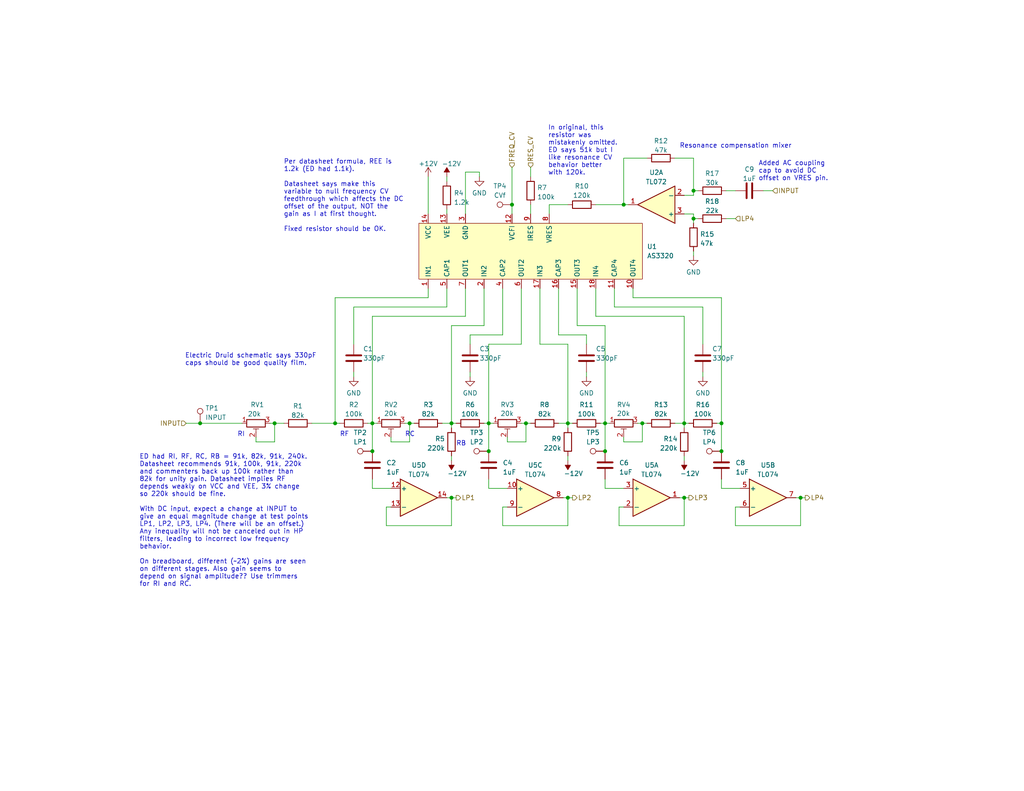
<source format=kicad_sch>
(kicad_sch (version 20230121) (generator eeschema)
  (paper "USLetter")
  (title_block (title "Pole mixing filter") (date "2022-03-29") (company "mods by Rich Holmes / Analog Output") (comment 1 "CC BY-NC-SA 4.0") (comment 2 "https://electricdruid.net/multimode-filters-part-2-pole-mixing-filters/") (comment 3 "Based on Electric Druid design "))
  (lib_symbols
    (symbol "AO_symbols:C" (pin_numbers hide) (pin_names (offset 0.254))
      (property "Reference" "C" (at 0.635 2.54 0))
      (property "Value" "C" (at 0.635 -2.54 0))
      (symbol "C_0_1"
        (polyline (pts (xy -2.032 -0.762) (xy 2.032 -0.762)) (stroke (width 0.508)))
        (polyline (pts (xy -2.032 0.762) (xy 2.032 0.762)) (stroke (width 0.508)))
      )
      (symbol "C_1_1"
        (pin passive line (at 0 3.81 270) (length 2.794) (name "~") (number "1"))
        (pin passive line (at 0 -3.81 90) (length 2.794) (name "~") (number "2"))
      )
    )
    (symbol "AO_symbols:R" (pin_numbers hide) (pin_names (offset 0))
      (property "Reference" "R" (at 2.032 0 90))
      (property "Value" "R" (at 0 0 90))
      (symbol "R_0_1"
        (rectangle (start -1.016 -2.54) (end 1.016 2.54) (stroke (width 0.254)))
      )
      (symbol "R_1_1"
        (pin passive line (at 0 3.81 270) (length 1.27) (name "~") (number "1"))
        (pin passive line (at 0 -3.81 90) (length 1.27) (name "~") (number "2"))
      )
    )
    (symbol "AO_symbols:R_POT_TRIM_3296W" (pin_names (offset 1.016) hide)
      (property "Reference" "RV" (at -4.445 0 90))
      (property "Value" "R_POT_TRIM_3296W" (at -2.54 0 90))
      (symbol "R_POT_TRIM_3296W_0_1"
        (polyline (pts (xy 1.524 0.762) (xy 1.524 -0.762)))
        (polyline (pts (xy 2.54 0) (xy 1.524 0)))
        (rectangle (start 1.016 2.54) (end -1.016 -2.54) (stroke (width 0.254)))
      )
      (symbol "R_POT_TRIM_3296W_1_1"
        (pin passive line (at 0 3.81 270) (length 1.27) (name "1") (number "1"))
        (pin passive line (at 3.81 0 180) (length 1.27) (name "2") (number "2"))
        (pin passive line (at 0 -3.81 90) (length 1.27) (name "3") (number "3"))
      )
    )
    (symbol "AO_symbols:TL072" (pin_names (offset 0.127))
      (property "Reference" "U" (at 0 5.08 0))
      (property "Value" "TL072" (at 0 -5.08 0))
      (symbol "TL072_1_1"
        (polyline (pts (xy -5.08 5.08) (xy 5.08 0) (xy -5.08 -5.08) (xy -5.08 5.08)) (stroke (width 0.254)) (fill (type background)))
        (pin output line (at 7.62 0 180) (length 2.54) (name "~") (number "1"))
        (pin input line (at -7.62 -2.54 0) (length 2.54) (name "-") (number "2"))
        (pin input line (at -7.62 2.54 0) (length 2.54) (name "+") (number "3"))
      )
      (symbol "TL072_2_1"
        (polyline (pts (xy -5.08 5.08) (xy 5.08 0) (xy -5.08 -5.08) (xy -5.08 5.08)) (stroke (width 0.254)) (fill (type background)))
        (pin input line (at -7.62 2.54 0) (length 2.54) (name "+") (number "5"))
        (pin input line (at -7.62 -2.54 0) (length 2.54) (name "-") (number "6"))
        (pin output line (at 7.62 0 180) (length 2.54) (name "~") (number "7"))
      )
      (symbol "TL072_3_1"
        (pin power_in line (at -2.54 -7.62 90) (length 3.81) (name "V-") (number "4"))
        (pin power_in line (at -2.54 7.62 270) (length 3.81) (name "V+") (number "8"))
      )
    )
    (symbol "AO_symbols:TL074" (pin_names (offset 0.127))
      (property "Reference" "U" (at 0 5.08 0))
      (property "Value" "TL074" (at 0 -5.08 0))
      (symbol "TL074_1_1"
        (polyline (pts (xy -5.08 5.08) (xy 5.08 0) (xy -5.08 -5.08) (xy -5.08 5.08)) (stroke (width 0.254)) (fill (type background)))
        (pin output line (at 7.62 0 180) (length 2.54) (name "~") (number "1"))
        (pin input line (at -7.62 -2.54 0) (length 2.54) (name "-") (number "2"))
        (pin input line (at -7.62 2.54 0) (length 2.54) (name "+") (number "3"))
      )
      (symbol "TL074_2_1"
        (polyline (pts (xy -5.08 5.08) (xy 5.08 0) (xy -5.08 -5.08) (xy -5.08 5.08)) (stroke (width 0.254)) (fill (type background)))
        (pin input line (at -7.62 2.54 0) (length 2.54) (name "+") (number "5"))
        (pin input line (at -7.62 -2.54 0) (length 2.54) (name "-") (number "6"))
        (pin output line (at 7.62 0 180) (length 2.54) (name "~") (number "7"))
      )
      (symbol "TL074_3_1"
        (polyline (pts (xy -5.08 5.08) (xy 5.08 0) (xy -5.08 -5.08) (xy -5.08 5.08)) (stroke (width 0.254)) (fill (type background)))
        (pin input line (at -7.62 2.54 0) (length 2.54) (name "+") (number "10"))
        (pin output line (at 7.62 0 180) (length 2.54) (name "~") (number "8"))
        (pin input line (at -7.62 -2.54 0) (length 2.54) (name "-") (number "9"))
      )
      (symbol "TL074_4_1"
        (polyline (pts (xy -5.08 5.08) (xy 5.08 0) (xy -5.08 -5.08) (xy -5.08 5.08)) (stroke (width 0.254)) (fill (type background)))
        (pin input line (at -7.62 2.54 0) (length 2.54) (name "+") (number "12"))
        (pin input line (at -7.62 -2.54 0) (length 2.54) (name "-") (number "13"))
        (pin output line (at 7.62 0 180) (length 2.54) (name "~") (number "14"))
      )
      (symbol "TL074_5_1"
        (pin power_in line (at -2.54 -7.62 90) (length 3.81) (name "V-") (number "11"))
        (pin power_in line (at -2.54 7.62 270) (length 3.81) (name "V+") (number "4"))
      )
    )
    (symbol "AO_symbols:TestPoint" (pin_numbers hide) (pin_names (offset 0.762) hide) (in_bom no)
      (property "Reference" "TP" (at 0 6.858 0))
      (property "Value" "TestPoint" (at 0 5.08 0))
      (symbol "TestPoint_0_1"
        (circle (center 0 3.302) (radius 0.762))
      )
      (symbol "TestPoint_1_1"
        (pin passive line (at 0 0 90) (length 2.54) (name "1") (number "1"))
      )
    )
    (symbol "pmf:AS3320"
      (property "Reference" "U" (at 0 15.24 0))
      (property "Value" "AS3320" (at 0 12.7 0))
      (symbol "AS3320_0_1"
        (rectangle (start -30.48 7.62) (end 30.48 -7.62) (stroke (width 0.1524)) (fill (type background)))
      )
      (symbol "AS3320_1_1"
        (pin input line (at -27.94 -10.16 90) (length 2.54) (name "IN1") (number "1"))
        (pin output line (at 27.94 -10.16 90) (length 2.54) (name "OUT4") (number "10"))
        (pin input line (at 22.86 -10.16 90) (length 2.54) (name "CAP4") (number "11"))
        (pin input line (at -5.08 10.16 270) (length 2.54) (name "VCFI") (number "12"))
        (pin passive line (at -22.86 10.16 270) (length 2.54) (name "VEE") (number "13"))
        (pin power_in line (at -27.94 10.16 270) (length 2.54) (name "VCC") (number "14"))
        (pin output line (at 12.7 -10.16 90) (length 2.54) (name "OUT3") (number "15"))
        (pin input line (at 7.62 -10.16 90) (length 2.54) (name "CAP3") (number "16"))
        (pin input line (at 2.54 -10.16 90) (length 2.54) (name "IN3") (number "17"))
        (pin input line (at 17.78 -10.16 90) (length 2.54) (name "IN4") (number "18"))
        (pin input line (at -12.7 -10.16 90) (length 2.54) (name "IN2") (number "2"))
        (pin input line (at -17.78 10.16 270) (length 2.54) (name "GND") (number "3"))
        (pin input line (at -7.62 -10.16 90) (length 2.54) (name "CAP2") (number "4"))
        (pin input line (at -22.86 -10.16 90) (length 2.54) (name "CAP1") (number "5"))
        (pin output line (at -2.54 -10.16 90) (length 2.54) (name "OUT2") (number "6"))
        (pin output line (at -17.78 -10.16 90) (length 2.54) (name "OUT1") (number "7"))
        (pin input line (at 5.08 10.16 270) (length 2.54) (name "VRES") (number "8"))
        (pin input line (at 0 10.16 270) (length 2.54) (name "IRES") (number "9"))
      )
    )
    (symbol "power:+12V" (power) (pin_names (offset 0))
      (property "Value" "+12V" (at 0 3.556 0))
      (symbol "+12V_0_1"
        (polyline (pts (xy -0.762 1.27) (xy 0 2.54)))
        (polyline (pts (xy 0 0) (xy 0 2.54)))
        (polyline (pts (xy 0 2.54) (xy 0.762 1.27)))
      )
      (symbol "+12V_1_1"
        (pin power_in line (at 0 0 90) (length 0) hide (name "+12V") (number "1"))
      )
    )
    (symbol "power:-12V" (power) (pin_names (offset 0))
      (property "Value" "-12V" (at 0 3.81 0))
      (symbol "-12V_0_0"
        (pin power_in line (at 0 0 90) (length 0) hide (name "-12V") (number "1"))
      )
      (symbol "-12V_0_1"
        (polyline (pts (xy 0 0) (xy 0 1.27) (xy 0.762 1.27) (xy 0 2.54) (xy -0.762 1.27) (xy 0 1.27)) (fill (type outline)))
      )
    )
    (symbol "power:GND" (power) (pin_names (offset 0))
      (property "Value" "GND" (at 0 -3.81 0))
      (symbol "GND_0_1"
        (polyline (pts (xy 0 0) (xy 0 -1.27) (xy 1.27 -1.27) (xy 0 -2.54) (xy -1.27 -1.27) (xy 0 -1.27)))
      )
      (symbol "GND_1_1"
        (pin power_in line (at 0 0 270) (length 0) hide (name "GND") (number "1"))
      )
    )
  )
  (junction (at 101.6 123.19))
  (junction (at 91.44 115.57))
  (junction (at 154.94 115.57))
  (junction (at 143.51 115.57))
  (junction (at 111.76 115.57))
  (junction (at 186.69 115.57))
  (junction (at 165.1 115.57))
  (junction (at 186.69 135.89))
  (junction (at 170.18 55.88))
  (junction (at 189.23 59.69))
  (junction (at 101.6 115.57))
  (junction (at 123.19 115.57))
  (junction (at 154.94 135.89))
  (junction (at 189.23 52.07))
  (junction (at 196.85 123.19))
  (junction (at 54.61 115.57))
  (junction (at 133.35 115.57))
  (junction (at 74.93 115.57))
  (junction (at 165.1 123.19))
  (junction (at 218.44 135.89))
  (junction (at 139.7 55.88))
  (junction (at 175.26 115.57))
  (junction (at 123.19 135.89))
  (junction (at 196.85 115.57))
  (junction (at 133.35 123.19))
  (wire (pts (xy 200.66 138.43) (xy 200.66 143.51)))
  (wire (pts (xy 165.1 88.9) (xy 165.1 115.57)))
  (wire (pts (xy 165.1 115.57) (xy 165.1 123.19)))
  (wire (pts (xy 157.48 88.9) (xy 165.1 88.9)))
  (wire (pts (xy 172.72 81.28) (xy 196.85 81.28)))
  (wire (pts (xy 153.67 135.89) (xy 154.94 135.89)))
  (wire (pts (xy 208.28 52.07) (xy 210.82 52.07)))
  (wire (pts (xy 168.91 143.51) (xy 186.69 143.51)))
  (wire (pts (xy 165.1 133.35) (xy 170.18 133.35)))
  (wire (pts (xy 200.66 143.51) (xy 218.44 143.51)))
  (wire (pts (xy 186.69 115.57) (xy 186.69 116.84)))
  (wire (pts (xy 198.12 52.07) (xy 200.66 52.07)))
  (wire (pts (xy 102.87 115.57) (xy 101.6 115.57)))
  (wire (pts (xy 186.69 115.57) (xy 187.96 115.57)))
  (wire (pts (xy 186.69 124.46) (xy 186.69 125.73)))
  (wire (pts (xy 168.91 138.43) (xy 168.91 143.51)))
  (wire (pts (xy 133.35 130.81) (xy 133.35 133.35)))
  (wire (pts (xy 173.99 115.57) (xy 175.26 115.57)))
  (wire (pts (xy 123.19 115.57) (xy 123.19 116.84)))
  (wire (pts (xy 142.24 115.57) (xy 143.51 115.57)))
  (wire (pts (xy 121.92 78.74) (xy 121.92 83.82)))
  (wire (pts (xy 139.7 45.72) (xy 139.7 55.88)))
  (wire (pts (xy 142.24 78.74) (xy 142.24 93.98)))
  (wire (pts (xy 196.85 130.81) (xy 196.85 133.35)))
  (wire (pts (xy 142.24 93.98) (xy 133.35 93.98)))
  (wire (pts (xy 170.18 119.38) (xy 170.18 120.65)))
  (wire (pts (xy 218.44 143.51) (xy 218.44 135.89)))
  (wire (pts (xy 154.94 93.98) (xy 154.94 115.57)))
  (wire (pts (xy 116.84 48.26) (xy 116.84 58.42)))
  (wire (pts (xy 101.6 86.36) (xy 127 86.36)))
  (wire (pts (xy 69.85 120.65) (xy 74.93 120.65)))
  (wire (pts (xy 175.26 115.57) (xy 176.53 115.57)))
  (wire (pts (xy 170.18 120.65) (xy 175.26 120.65)))
  (wire (pts (xy 101.6 130.81) (xy 101.6 133.35)))
  (wire (pts (xy 184.15 43.18) (xy 189.23 43.18)))
  (wire (pts (xy 74.93 115.57) (xy 77.47 115.57)))
  (wire (pts (xy 191.77 102.87) (xy 191.77 101.6)))
  (wire (pts (xy 154.94 135.89) (xy 156.21 135.89)))
  (wire (pts (xy 152.4 91.44) (xy 160.02 91.44)))
  (wire (pts (xy 196.85 133.35) (xy 201.93 133.35)))
  (wire (pts (xy 186.69 143.51) (xy 186.69 135.89)))
  (wire (pts (xy 91.44 115.57) (xy 92.71 115.57)))
  (wire (pts (xy 149.86 55.88) (xy 154.94 55.88)))
  (wire (pts (xy 138.43 120.65) (xy 143.51 120.65)))
  (wire (pts (xy 186.69 58.42) (xy 189.23 58.42)))
  (wire (pts (xy 101.6 133.35) (xy 106.68 133.35)))
  (wire (pts (xy 160.02 102.87) (xy 160.02 101.6)))
  (wire (pts (xy 217.17 135.89) (xy 218.44 135.89)))
  (wire (pts (xy 91.44 81.28) (xy 91.44 115.57)))
  (wire (pts (xy 137.16 91.44) (xy 137.16 78.74)))
  (wire (pts (xy 196.85 115.57) (xy 196.85 123.19)))
  (wire (pts (xy 101.6 86.36) (xy 101.6 115.57)))
  (wire (pts (xy 154.94 115.57) (xy 154.94 116.84)))
  (wire (pts (xy 101.6 115.57) (xy 101.6 123.19)))
  (wire (pts (xy 96.52 102.87) (xy 96.52 101.6)))
  (wire (pts (xy 120.65 115.57) (xy 123.19 115.57)))
  (wire (pts (xy 171.45 55.88) (xy 170.18 55.88)))
  (wire (pts (xy 134.62 115.57) (xy 133.35 115.57)))
  (wire (pts (xy 105.41 143.51) (xy 123.19 143.51)))
  (wire (pts (xy 130.81 46.99) (xy 130.81 48.26)))
  (wire (pts (xy 138.43 138.43) (xy 137.16 138.43)))
  (wire (pts (xy 100.33 115.57) (xy 101.6 115.57)))
  (wire (pts (xy 139.7 55.88) (xy 139.7 58.42)))
  (wire (pts (xy 143.51 120.65) (xy 143.51 115.57)))
  (wire (pts (xy 152.4 78.74) (xy 152.4 91.44)))
  (wire (pts (xy 170.18 43.18) (xy 176.53 43.18)))
  (wire (pts (xy 154.94 124.46) (xy 154.94 125.73)))
  (wire (pts (xy 123.19 143.51) (xy 123.19 135.89)))
  (wire (pts (xy 196.85 81.28) (xy 196.85 115.57)))
  (wire (pts (xy 167.64 83.82) (xy 191.77 83.82)))
  (wire (pts (xy 201.93 138.43) (xy 200.66 138.43)))
  (wire (pts (xy 186.69 135.89) (xy 187.96 135.89)))
  (wire (pts (xy 137.16 143.51) (xy 154.94 143.51)))
  (wire (pts (xy 195.58 115.57) (xy 196.85 115.57)))
  (wire (pts (xy 162.56 86.36) (xy 186.69 86.36)))
  (wire (pts (xy 132.08 115.57) (xy 133.35 115.57)))
  (wire (pts (xy 133.35 115.57) (xy 133.35 123.19)))
  (wire (pts (xy 165.1 130.81) (xy 165.1 133.35)))
  (wire (pts (xy 186.69 86.36) (xy 186.69 115.57)))
  (wire (pts (xy 189.23 69.85) (xy 189.23 68.58)))
  (wire (pts (xy 121.92 135.89) (xy 123.19 135.89)))
  (wire (pts (xy 144.78 55.88) (xy 144.78 58.42)))
  (wire (pts (xy 175.26 120.65) (xy 175.26 115.57)))
  (wire (pts (xy 127 78.74) (xy 127 86.36)))
  (wire (pts (xy 123.19 115.57) (xy 124.46 115.57)))
  (wire (pts (xy 170.18 138.43) (xy 168.91 138.43)))
  (wire (pts (xy 162.56 78.74) (xy 162.56 86.36)))
  (wire (pts (xy 189.23 59.69) (xy 190.5 59.69)))
  (wire (pts (xy 189.23 52.07) (xy 190.5 52.07)))
  (wire (pts (xy 191.77 83.82) (xy 191.77 93.98)))
  (wire (pts (xy 166.37 115.57) (xy 165.1 115.57)))
  (wire (pts (xy 116.84 81.28) (xy 91.44 81.28)))
  (wire (pts (xy 50.8 115.57) (xy 54.61 115.57)))
  (wire (pts (xy 154.94 115.57) (xy 156.21 115.57)))
  (wire (pts (xy 106.68 119.38) (xy 106.68 120.65)))
  (wire (pts (xy 74.93 115.57) (xy 73.66 115.57)))
  (wire (pts (xy 189.23 60.96) (xy 189.23 59.69)))
  (wire (pts (xy 218.44 135.89) (xy 219.71 135.89)))
  (wire (pts (xy 116.84 81.28) (xy 116.84 78.74)))
  (wire (pts (xy 189.23 43.18) (xy 189.23 52.07)))
  (wire (pts (xy 132.08 78.74) (xy 132.08 88.9)))
  (wire (pts (xy 137.16 138.43) (xy 137.16 143.51)))
  (wire (pts (xy 149.86 55.88) (xy 149.86 58.42)))
  (wire (pts (xy 132.08 88.9) (xy 123.19 88.9)))
  (wire (pts (xy 123.19 88.9) (xy 123.19 115.57)))
  (wire (pts (xy 111.76 120.65) (xy 111.76 115.57)))
  (wire (pts (xy 163.83 115.57) (xy 165.1 115.57)))
  (wire (pts (xy 69.85 119.38) (xy 69.85 120.65)))
  (wire (pts (xy 170.18 55.88) (xy 170.18 43.18)))
  (wire (pts (xy 127 58.42) (xy 127 46.99)))
  (wire (pts (xy 147.32 78.74) (xy 147.32 93.98)))
  (wire (pts (xy 123.19 124.46) (xy 123.19 125.73)))
  (wire (pts (xy 162.56 55.88) (xy 170.18 55.88)))
  (wire (pts (xy 123.19 135.89) (xy 124.46 135.89)))
  (wire (pts (xy 144.78 45.72) (xy 144.78 48.26)))
  (wire (pts (xy 111.76 115.57) (xy 113.03 115.57)))
  (wire (pts (xy 106.68 138.43) (xy 105.41 138.43)))
  (wire (pts (xy 186.69 53.34) (xy 189.23 53.34)))
  (wire (pts (xy 154.94 143.51) (xy 154.94 135.89)))
  (wire (pts (xy 105.41 138.43) (xy 105.41 143.51)))
  (wire (pts (xy 160.02 91.44) (xy 160.02 93.98)))
  (wire (pts (xy 185.42 135.89) (xy 186.69 135.89)))
  (wire (pts (xy 143.51 115.57) (xy 144.78 115.57)))
  (wire (pts (xy 189.23 58.42) (xy 189.23 59.69)))
  (wire (pts (xy 110.49 115.57) (xy 111.76 115.57)))
  (wire (pts (xy 138.43 119.38) (xy 138.43 120.65)))
  (wire (pts (xy 184.15 115.57) (xy 186.69 115.57)))
  (wire (pts (xy 96.52 83.82) (xy 121.92 83.82)))
  (wire (pts (xy 189.23 53.34) (xy 189.23 52.07)))
  (wire (pts (xy 152.4 115.57) (xy 154.94 115.57)))
  (wire (pts (xy 147.32 93.98) (xy 154.94 93.98)))
  (wire (pts (xy 85.09 115.57) (xy 91.44 115.57)))
  (wire (pts (xy 172.72 81.28) (xy 172.72 78.74)))
  (wire (pts (xy 167.64 78.74) (xy 167.64 83.82)))
  (wire (pts (xy 106.68 120.65) (xy 111.76 120.65)))
  (wire (pts (xy 128.27 91.44) (xy 128.27 93.98)))
  (wire (pts (xy 198.12 59.69) (xy 200.66 59.69)))
  (wire (pts (xy 121.92 58.42) (xy 121.92 57.15)))
  (wire (pts (xy 121.92 49.53) (xy 121.92 48.26)))
  (wire (pts (xy 133.35 133.35) (xy 138.43 133.35)))
  (wire (pts (xy 137.16 91.44) (xy 128.27 91.44)))
  (wire (pts (xy 133.35 93.98) (xy 133.35 115.57)))
  (wire (pts (xy 128.27 102.87) (xy 128.27 101.6)))
  (wire (pts (xy 96.52 83.82) (xy 96.52 93.98)))
  (wire (pts (xy 74.93 115.57) (xy 74.93 120.65)))
  (wire (pts (xy 157.48 78.74) (xy 157.48 88.9)))
  (wire (pts (xy 127 46.99) (xy 130.81 46.99)))
  (wire (pts (xy 54.61 115.57) (xy 66.04 115.57)))
  (text_box "Added AC coupling cap to avoid DC offset on VRES pin.\n" (at 205.994 42.7322 0) (size 23.9848 7.8138) (stroke (width -0.0001)) (effects (font (size 1.27 1.27)) (justify left top)))
  (text_box "Electric Druid schematic says 330pF caps should be good quality film." (at 49.53 95.25 0) (size 39.116 5.7564) (stroke (width -0.0001)) (effects (font (size 1.27 1.27)) (justify left top)))
  (text_box "In original, this resistor was mistakenly omitted. ED says 51k but I like resonance CV behavior better with 120k." (at 148.59 33.02 0) (size 21.1668 16.0434) (stroke (width -0.0001)) (effects (font (size 1.27 1.27)) (justify left top)))
  (text_box "ED had RI, RF, RC, RB = 91k, 82k, 91k, 240k. Datasheet recommends 91k, 100k, 91k, 220k and commenters back up 100k rather than 82k for unity gain. Datasheet implies RF depends weakly on VCC and VEE, 3% change so 220k should be fine.\n\nWith DC input, expect a change at INPUT to give an equal magnitude change at test points LP1, LP2, LP3, LP4. (There will be an offset.) Any inequality will not be canceled out in HP filters, leading to incorrect low frequency behavior.\n\nOn breadboard, different (~2%) gains are seen on different stages. Also gain seems to depend on signal amplitude?? Use trimmers for RI and RC." (at 37.084 122.8438 0) (size 48.1507 40.7322) (stroke (width -0.0001)) (effects (font (size 1.27 1.27)) (justify left top)))
  (text_box "Per datasheet formula, REE is 1.2k (ED had 1.1k).\n\nDatasheet says make this variable to null frequency CV feedthrough which affects the DC offset of the output, NOT the gain as I at first thought. \n\nFixed resistor should be OK." (at 76.454 42.3004 0) (size 34.8463 22.2156) (stroke (width -0.0001)) (effects (font (size 1.27 1.27)) (justify left top)))
  (text "RC" (at 110.49 119.38 0) (effects (font (size 1.27 1.27)) (justify left bottom)))
  (text "Resonance compensation mixer" (at 185.42 40.64 0) (effects (font (size 1.27 1.27)) (justify left bottom)))
  (text "RF" (at 92.71 119.38 0) (effects (font (size 1.27 1.27)) (justify left bottom)))
  (text "RI" (at 64.77 119.38 0) (effects (font (size 1.27 1.27)) (justify left bottom)))
  (text "RB" (at 124.46 121.92 0) (effects (font (size 1.27 1.27)) (justify left bottom)))
  (hierarchical_label "INPUT" (shape input) (at 50.8 115.57 180))
  (hierarchical_label "LP2" (shape output) (at 156.21 135.89 0) (property "Intersheetrefs" "${INTERSHEET_REFS}" (effects hide)))
  (hierarchical_label "LP4" (shape input) (at 200.66 59.69 0) (property "Intersheetrefs" "${INTERSHEET_REFS}" (effects hide)))
  (hierarchical_label "LP3" (shape output) (at 187.96 135.89 0) (property "Intersheetrefs" "${INTERSHEET_REFS}" (effects hide)))
  (hierarchical_label "RES_CV" (shape input) (at 144.78 45.72 90))
  (hierarchical_label "LP1" (shape output) (at 124.46 135.89 0) (property "Intersheetrefs" "${INTERSHEET_REFS}" (effects hide)))
  (hierarchical_label "INPUT" (shape input) (at 210.82 52.07 0))
  (hierarchical_label "FREQ_CV" (shape input) (at 139.7 45.72 90))
  (hierarchical_label "LP4" (shape output) (at 219.71 135.89 0) (property "Intersheetrefs" "${INTERSHEET_REFS}" (effects hide)))
  (symbol (lib_id "power:GND") (at 160.02 102.87 0) (unit 1)
    (property "Reference" "#PWR014" (effects hide))
    (property "Value" "GND" (at 160.02 107.3134 0))
  )
  (symbol (lib_id "AO_symbols:R") (at 148.59 115.57 90) (unit 1)
    (property "Reference" "R8" (at 148.59 110.49 90))
    (property "Value" "82k" (at 148.59 113.03 90))
    (property "Footprint" "AO_tht:R_Axial_DIN0207_L6.3mm_D2.5mm_P10.16mm_Horizontal" (effects hide))
    (property "Vendor" "Tayda" (effects hide))
  )
  (symbol (lib_id "AO_symbols:R") (at 180.34 115.57 90) (unit 1)
    (property "Reference" "R13" (at 180.34 110.49 90))
    (property "Value" "82k" (at 180.34 113.03 90))
    (property "Footprint" "AO_tht:R_Axial_DIN0207_L6.3mm_D2.5mm_P10.16mm_Horizontal" (effects hide))
    (property "Vendor" "Tayda" (effects hide))
  )
  (symbol (lib_id "pmf:AS3320") (at 144.78 68.58 0) (unit 1)
    (property "Reference" "U1" (at 176.53 67.3131 0) (effects (justify left)))
    (property "Value" "AS3320" (at 176.53 69.85 0) (effects (justify left)))
    (property "Footprint" "Package_DIP:DIP-18_W7.62mm_Socket_LongPads" (effects hide))
    (property "Description" "VCF" (effects hide))
    (property "Manufacturer" "Alfa" (effects hide))
  )
  (symbol (lib_id "AO_symbols:C") (at 160.02 97.79 0) (unit 1)
    (property "Reference" "C5" (at 162.56 95.25 0) (effects (justify left)))
    (property "Value" "330pF" (at 162.56 97.79 0) (effects (justify left)))
    (property "Footprint" "AO_tht:C_Rect_L7.2mm_W2.5mm_P5.00mm_FKS2_FKP2_MKS2_MKP2" (effects hide))
    (property "Vendor" "Tayda" (effects hide))
    (property "Description" "Polypropylene film capacitor, 5 mm lead spacing" (effects hide))
    (property "Manufacturer" "WIMA" (effects hide))
    (property "Part" "FKP2D003301D00JSSD" (effects hide))
    (property "SKU" "1928-1236-ND" (effects hide))
  )
  (symbol (lib_id "AO_symbols:C") (at 196.85 127 0) (unit 1)
    (property "Reference" "C8" (at 200.66 126.365 0) (effects (justify left)))
    (property "Value" "1uF" (at 200.66 128.905 0) (effects (justify left)))
    (property "Footprint" "AO_tht:C_Rect_L7.2mm_W7.2mm_P5.00mm_FKS2_FKP2_MKS2_MKP2" (effects hide))
    (property "Vendor" "Tayda" (effects hide))
    (property "Description" "Film capacitor, 5 mm lead spacing" (effects hide))
  )
  (symbol (lib_id "AO_symbols:R") (at 116.84 115.57 90) (unit 1)
    (property "Reference" "R3" (at 116.84 110.49 90))
    (property "Value" "82k" (at 116.84 113.03 90))
    (property "Footprint" "AO_tht:R_Axial_DIN0207_L6.3mm_D2.5mm_P10.16mm_Horizontal" (effects hide))
    (property "Vendor" "Tayda" (effects hide))
  )
  (symbol (lib_id "AO_symbols:R") (at 158.75 55.88 90) (unit 1)
    (property "Reference" "R10" (at 158.75 50.8 90))
    (property "Value" "120k" (at 158.75 53.34 90))
    (property "Footprint" "AO_tht:R_Axial_DIN0207_L6.3mm_D2.5mm_P10.16mm_Horizontal" (effects hide))
    (property "Vendor" "Tayda" (effects hide))
  )
  (symbol (lib_id "power:-12V") (at 154.94 125.73 180) (unit 1)
    (property "Reference" "#PWR013" (effects hide))
    (property "Value" "-12V" (at 156.464 129.286 0))
  )
  (symbol (lib_id "AO_symbols:C") (at 101.6 127 0) (unit 1)
    (property "Reference" "C2" (at 105.41 126.365 0) (effects (justify left)))
    (property "Value" "1uF" (at 105.41 128.905 0) (effects (justify left)))
    (property "Footprint" "AO_tht:C_Rect_L7.2mm_W7.2mm_P5.00mm_FKS2_FKP2_MKS2_MKP2" (effects hide))
    (property "Vendor" "Tayda" (effects hide))
    (property "Description" "Film capacitor, 5 mm lead spacing" (effects hide))
  )
  (symbol (lib_id "power:-12V") (at 186.69 125.73 180) (unit 1)
    (property "Reference" "#PWR015" (effects hide))
    (property "Value" "-12V" (at 188.214 129.286 0))
  )
  (symbol (lib_id "AO_symbols:R") (at 194.31 59.69 90) (unit 1)
    (property "Reference" "R18" (at 194.31 54.9742 90))
    (property "Value" "22k" (at 194.31 57.5111 90))
    (property "Footprint" "AO_tht:R_Axial_DIN0207_L6.3mm_D2.5mm_P10.16mm_Horizontal" (effects hide))
    (property "Vendor" "Tayda" (effects hide))
  )
  (symbol (lib_id "AO_symbols:TL074") (at 114.3 135.89 0) (unit 4)
    (property "Reference" "U5" (at 114.3 127 0))
    (property "Value" "TL074" (at 114.3 129.54 0))
    (property "Footprint" "AO_tht:DIP-14_W7.62mm_Socket_LongPads" (effects hide))
    (property "Vendor" "Tayda" (effects hide))
    (property "SKU" "A-1138" (effects hide))
  )
  (symbol (lib_id "AO_symbols:TestPoint") (at 54.61 115.57 0) (unit 1) (in_bom no)
    (property "Reference" "TP1" (at 56.007 111.4333 0) (effects (justify left)))
    (property "Value" "INPUT" (at 56.007 113.9702 0) (effects (justify left)))
    (property "Footprint" "AO_tht:TestPoint_THTPad_D1.5mm_Drill0.7mm" (effects hide))
    (property "Config" "DNF" (effects hide))
  )
  (symbol (lib_id "AO_symbols:R_POT_TRIM_3296W") (at 170.18 115.57 90) (mirror x) (unit 1)
    (property "Reference" "RV4" (at 170.18 110.49 90))
    (property "Value" "20k" (at 168.275 112.903 90) (effects (justify right)))
    (property "Footprint" "AO_tht:Potentiometer_Bourns_3296W_Vertical_standard" (effects hide))
    (property "Vendor" "Tayda" (effects hide))
    (property "Description" "Bourns 3296W" (effects hide))
  )
  (symbol (lib_id "AO_symbols:TestPoint") (at 139.7 55.88 90) (unit 1) (in_bom no)
    (property "Reference" "TP4" (at 136.398 50.8 90))
    (property "Value" "CVf" (at 136.398 53.34 90))
    (property "Footprint" "AO_tht:TestPoint_THTPad_D1.5mm_Drill0.7mm" (effects hide))
    (property "Config" "DNF" (effects hide))
  )
  (symbol (lib_id "AO_symbols:R_POT_TRIM_3296W") (at 106.68 115.57 90) (mirror x) (unit 1)
    (property "Reference" "RV2" (at 106.68 110.49 90))
    (property "Value" "20k" (at 104.775 112.903 90) (effects (justify right)))
    (property "Footprint" "AO_tht:Potentiometer_Bourns_3296W_Vertical_standard" (effects hide))
    (property "Vendor" "Tayda" (effects hide))
    (property "Description" "Bourns 3296W" (effects hide))
  )
  (symbol (lib_id "power:GND") (at 130.81 48.26 0) (unit 1)
    (property "Reference" "#PWR012" (effects hide))
    (property "Value" "GND" (at 130.81 52.7034 0))
  )
  (symbol (lib_id "AO_symbols:C") (at 165.1 127 0) (unit 1)
    (property "Reference" "C6" (at 168.91 126.365 0) (effects (justify left)))
    (property "Value" "1uF" (at 168.91 128.905 0) (effects (justify left)))
    (property "Footprint" "AO_tht:C_Rect_L7.2mm_W7.2mm_P5.00mm_FKS2_FKP2_MKS2_MKP2" (effects hide))
    (property "Vendor" "Tayda" (effects hide))
    (property "Description" "Film capacitor, 5 mm lead spacing" (effects hide))
  )
  (symbol (lib_id "AO_symbols:R") (at 96.52 115.57 90) (unit 1)
    (property "Reference" "R2" (at 96.52 110.49 90))
    (property "Value" "100k" (at 96.52 113.03 90))
    (property "Footprint" "AO_tht:R_Axial_DIN0207_L6.3mm_D2.5mm_P10.16mm_Horizontal" (effects hide))
    (property "Vendor" "Tayda" (effects hide))
  )
  (symbol (lib_id "AO_symbols:R") (at 81.28 115.57 90) (unit 1)
    (property "Reference" "R1" (at 81.28 110.8542 90))
    (property "Value" "82k" (at 81.28 113.3911 90))
    (property "Footprint" "AO_tht:R_Axial_DIN0207_L6.3mm_D2.5mm_P10.16mm_Horizontal" (effects hide))
    (property "Vendor" "Tayda" (effects hide))
  )
  (symbol (lib_id "AO_symbols:R") (at 123.19 120.65 0) (mirror y) (unit 1)
    (property "Reference" "R5" (at 121.412 119.8153 0) (effects (justify left)))
    (property "Value" "220k" (at 121.412 122.3522 0) (effects (justify left)))
    (property "Footprint" "AO_tht:R_Axial_DIN0207_L6.3mm_D2.5mm_P10.16mm_Horizontal" (effects hide))
    (property "Vendor" "Tayda" (effects hide))
  )
  (symbol (lib_id "AO_symbols:TL074") (at 177.8 135.89 0) (unit 1)
    (property "Reference" "U5" (at 177.8 127 0))
    (property "Value" "TL074" (at 177.8 129.54 0))
    (property "Footprint" "AO_tht:DIP-14_W7.62mm_Socket_LongPads" (effects hide))
    (property "Vendor" "Tayda" (effects hide))
    (property "SKU" "A-1138" (effects hide))
  )
  (symbol (lib_id "AO_symbols:R") (at 144.78 52.07 0) (unit 1)
    (property "Reference" "R7" (at 146.558 51.2353 0) (effects (justify left)))
    (property "Value" "100k" (at 146.558 53.7722 0) (effects (justify left)))
    (property "Footprint" "AO_tht:R_Axial_DIN0207_L6.3mm_D2.5mm_P10.16mm_Horizontal" (effects hide))
    (property "Vendor" "Tayda" (effects hide))
  )
  (symbol (lib_id "AO_symbols:R") (at 160.02 115.57 90) (unit 1)
    (property "Reference" "R11" (at 160.02 110.49 90))
    (property "Value" "100k" (at 160.02 113.03 90))
    (property "Footprint" "AO_tht:R_Axial_DIN0207_L6.3mm_D2.5mm_P10.16mm_Horizontal" (effects hide))
    (property "Vendor" "Tayda" (effects hide))
  )
  (symbol (lib_id "AO_symbols:R") (at 189.23 64.77 0) (unit 1)
    (property "Reference" "R15" (at 191.008 63.9353 0) (effects (justify left)))
    (property "Value" "47k" (at 191.008 66.4722 0) (effects (justify left)))
    (property "Footprint" "AO_tht:R_Axial_DIN0207_L6.3mm_D2.5mm_P10.16mm_Horizontal" (effects hide))
    (property "Vendor" "Tayda" (effects hide))
  )
  (symbol (lib_id "AO_symbols:TL074") (at 209.55 135.89 0) (unit 2)
    (property "Reference" "U5" (at 209.55 127 0))
    (property "Value" "TL074" (at 209.55 129.54 0))
    (property "Footprint" "AO_tht:DIP-14_W7.62mm_Socket_LongPads" (effects hide))
    (property "Vendor" "Tayda" (effects hide))
    (property "SKU" "A-1138" (effects hide))
  )
  (symbol (lib_id "AO_symbols:C") (at 191.77 97.79 0) (unit 1)
    (property "Reference" "C7" (at 194.31 95.25 0) (effects (justify left)))
    (property "Value" "330pF" (at 194.31 97.79 0) (effects (justify left)))
    (property "Footprint" "AO_tht:C_Rect_L7.2mm_W2.5mm_P5.00mm_FKS2_FKP2_MKS2_MKP2" (effects hide))
    (property "Vendor" "Tayda" (effects hide))
    (property "Description" "Polypropylene film capacitor, 5 mm lead spacing" (effects hide))
    (property "Manufacturer" "WIMA" (effects hide))
    (property "Part" "FKP2D003301D00JSSD" (effects hide))
    (property "SKU" "1928-1236-ND" (effects hide))
  )
  (symbol (lib_id "AO_symbols:R") (at 191.77 115.57 90) (unit 1)
    (property "Reference" "R16" (at 191.77 110.49 90))
    (property "Value" "100k" (at 191.77 113.03 90))
    (property "Footprint" "AO_tht:R_Axial_DIN0207_L6.3mm_D2.5mm_P10.16mm_Horizontal" (effects hide))
    (property "Vendor" "Tayda" (effects hide))
  )
  (symbol (lib_id "AO_symbols:R") (at 180.34 43.18 90) (unit 1)
    (property "Reference" "R12" (at 180.34 38.4642 90))
    (property "Value" "47k" (at 180.34 41.0011 90))
    (property "Footprint" "AO_tht:R_Axial_DIN0207_L6.3mm_D2.5mm_P10.16mm_Horizontal" (effects hide))
    (property "Vendor" "Tayda" (effects hide))
  )
  (symbol (lib_id "AO_symbols:C") (at 204.47 52.07 90) (unit 1)
    (property "Reference" "C9" (at 204.47 46.2112 90))
    (property "Value" "1uF" (at 204.47 48.7481 90))
    (property "Footprint" "AO_tht:C_Rect_L7.2mm_W7.2mm_P5.00mm_FKS2_FKP2_MKS2_MKP2" (effects hide))
    (property "Vendor" "Tayda" (effects hide))
    (property "Description" "Film capacitor, 5 mm lead spacing" (effects hide))
  )
  (symbol (lib_id "AO_symbols:C") (at 128.27 97.79 0) (unit 1)
    (property "Reference" "C3" (at 130.81 95.25 0) (effects (justify left)))
    (property "Value" "330pF" (at 130.81 97.79 0) (effects (justify left)))
    (property "Footprint" "AO_tht:C_Rect_L7.2mm_W2.5mm_P5.00mm_FKS2_FKP2_MKS2_MKP2" (effects hide))
    (property "Vendor" "Tayda" (effects hide))
    (property "Description" "Polypropylene film capacitor, 5 mm lead spacing" (effects hide))
    (property "Manufacturer" "WIMA" (effects hide))
    (property "Part" "FKP2D003301D00JSSD" (effects hide))
    (property "SKU" "1928-1236-ND" (effects hide))
  )
  (symbol (lib_id "AO_symbols:R_POT_TRIM_3296W") (at 138.43 115.57 90) (mirror x) (unit 1)
    (property "Reference" "RV3" (at 138.43 110.49 90))
    (property "Value" "20k" (at 136.525 112.903 90) (effects (justify right)))
    (property "Footprint" "AO_tht:Potentiometer_Bourns_3296W_Vertical_standard" (effects hide))
    (property "Vendor" "Tayda" (effects hide))
    (property "Description" "Bourns 3296W" (effects hide))
  )
  (symbol (lib_id "power:GND") (at 189.23 69.85 0) (unit 1)
    (property "Reference" "#PWR016" (effects hide))
    (property "Value" "GND" (at 189.23 74.2934 0))
  )
  (symbol (lib_id "AO_symbols:R") (at 154.94 120.65 0) (mirror y) (unit 1)
    (property "Reference" "R9" (at 153.162 119.8153 0) (effects (justify left)))
    (property "Value" "220k" (at 153.162 122.3522 0) (effects (justify left)))
    (property "Footprint" "AO_tht:R_Axial_DIN0207_L6.3mm_D2.5mm_P10.16mm_Horizontal" (effects hide))
    (property "Vendor" "Tayda" (effects hide))
  )
  (symbol (lib_id "power:GND") (at 96.52 102.87 0) (unit 1)
    (property "Reference" "#PWR07" (effects hide))
    (property "Value" "GND" (at 96.52 107.3134 0))
  )
  (symbol (lib_id "AO_symbols:R") (at 186.69 120.65 0) (mirror y) (unit 1)
    (property "Reference" "R14" (at 184.912 119.8153 0) (effects (justify left)))
    (property "Value" "220k" (at 184.912 122.3522 0) (effects (justify left)))
    (property "Footprint" "AO_tht:R_Axial_DIN0207_L6.3mm_D2.5mm_P10.16mm_Horizontal" (effects hide))
    (property "Vendor" "Tayda" (effects hide))
  )
  (symbol (lib_id "power:GND") (at 128.27 102.87 0) (unit 1)
    (property "Reference" "#PWR011" (effects hide))
    (property "Value" "GND" (at 128.27 107.3134 0))
  )
  (symbol (lib_id "AO_symbols:R_POT_TRIM_3296W") (at 69.85 115.57 90) (mirror x) (unit 1)
    (property "Reference" "RV1" (at 68.326 110.4931 90) (effects (justify right)))
    (property "Value" "20k" (at 67.564 113.03 90) (effects (justify right)))
    (property "Footprint" "AO_tht:Potentiometer_Bourns_3296W_Vertical_standard" (effects hide))
    (property "Vendor" "Tayda" (effects hide))
    (property "Description" "Bourns 3296W" (effects hide))
  )
  (symbol (lib_id "AO_symbols:R") (at 121.92 53.34 0) (unit 1)
    (property "Reference" "R4" (at 123.825 52.705 0) (effects (justify left)))
    (property "Value" "1.2k" (at 123.825 55.245 0) (effects (justify left)))
    (property "Footprint" "AO_tht:R_Axial_DIN0207_L6.3mm_D2.5mm_P10.16mm_Horizontal" (effects hide))
    (property "Vendor" "Tayda" (effects hide))
  )
  (symbol (lib_id "AO_symbols:R") (at 128.27 115.57 90) (unit 1)
    (property "Reference" "R6" (at 128.27 110.49 90))
    (property "Value" "100k" (at 128.27 113.03 90))
    (property "Footprint" "AO_tht:R_Axial_DIN0207_L6.3mm_D2.5mm_P10.16mm_Horizontal" (effects hide))
    (property "Vendor" "Tayda" (effects hide))
  )
  (symbol (lib_id "power:-12V") (at 121.92 48.26 0) (unit 1)
    (property "Reference" "#PWR09" (effects hide))
    (property "Value" "-12V" (at 123.19 44.704 0))
  )
  (symbol (lib_id "power:-12V") (at 123.19 125.73 180) (unit 1)
    (property "Reference" "#PWR010" (effects hide))
    (property "Value" "-12V" (at 124.714 129.286 0))
  )
  (symbol (lib_id "AO_symbols:TestPoint") (at 165.1 123.19 90) (unit 1) (in_bom no)
    (property "Reference" "TP5" (at 161.798 118.11 90))
    (property "Value" "LP3" (at 161.798 120.65 90))
    (property "Footprint" "AO_tht:TestPoint_THTPad_D1.5mm_Drill0.7mm" (effects hide))
    (property "Config" "DNF" (effects hide))
  )
  (symbol (lib_id "AO_symbols:TestPoint") (at 196.85 123.19 90) (unit 1) (in_bom no)
    (property "Reference" "TP6" (at 193.548 118.11 90))
    (property "Value" "LP4" (at 193.548 120.65 90))
    (property "Footprint" "AO_tht:TestPoint_THTPad_D1.5mm_Drill0.7mm" (effects hide))
    (property "Config" "DNF" (effects hide))
  )
  (symbol (lib_id "AO_symbols:TL072") (at 179.07 55.88 180) (unit 1)
    (property "Reference" "U2" (at 179.07 47.1002 0))
    (property "Value" "TL072" (at 179.07 49.6371 0))
    (property "Footprint" "AO_tht:DIP-8_W7.62mm_Socket_LongPads" (effects hide))
    (property "Vendor" "Tayda" (effects hide))
    (property "SKU" "A-037" (effects hide))
  )
  (symbol (lib_id "AO_symbols:C") (at 133.35 127 0) (unit 1)
    (property "Reference" "C4" (at 137.16 126.365 0) (effects (justify left)))
    (property "Value" "1uF" (at 137.16 128.905 0) (effects (justify left)))
    (property "Footprint" "AO_tht:C_Rect_L7.2mm_W7.2mm_P5.00mm_FKS2_FKP2_MKS2_MKP2" (effects hide))
    (property "Vendor" "Tayda" (effects hide))
    (property "Description" "Film capacitor, 5 mm lead spacing" (effects hide))
  )
  (symbol (lib_id "AO_symbols:TestPoint") (at 133.35 123.19 90) (unit 1) (in_bom no)
    (property "Reference" "TP3" (at 130.048 118.11 90))
    (property "Value" "LP2" (at 130.048 120.65 90))
    (property "Footprint" "AO_tht:TestPoint_THTPad_D1.5mm_Drill0.7mm" (effects hide))
    (property "Config" "DNF" (effects hide))
  )
  (symbol (lib_id "AO_symbols:R") (at 194.31 52.07 90) (unit 1)
    (property "Reference" "R17" (at 194.31 47.3542 90))
    (property "Value" "30k" (at 194.31 49.8911 90))
    (property "Footprint" "AO_tht:R_Axial_DIN0207_L6.3mm_D2.5mm_P10.16mm_Horizontal" (effects hide))
    (property "Vendor" "Tayda" (effects hide))
  )
  (symbol (lib_id "AO_symbols:TestPoint") (at 101.6 123.19 90) (unit 1) (in_bom no)
    (property "Reference" "TP2" (at 98.298 118.11 90))
    (property "Value" "LP1" (at 98.298 120.65 90))
    (property "Footprint" "AO_tht:TestPoint_THTPad_D1.5mm_Drill0.7mm" (effects hide))
    (property "Config" "DNF" (effects hide))
  )
  (symbol (lib_id "AO_symbols:C") (at 96.52 97.79 0) (unit 1)
    (property "Reference" "C1" (at 99.06 95.25 0) (effects (justify left)))
    (property "Value" "330pF" (at 99.06 97.79 0) (effects (justify left)))
    (property "Footprint" "AO_tht:C_Rect_L7.2mm_W2.5mm_P5.00mm_FKS2_FKP2_MKS2_MKP2" (effects hide))
    (property "Vendor" "Tayda" (effects hide))
    (property "Description" "Polypropylene film capacitor, 5 mm lead spacing" (effects hide))
    (property "Manufacturer" "WIMA" (effects hide))
    (property "Part" "FKP2D003301D00JSSD" (effects hide))
    (property "SKU" "1928-1236-ND" (effects hide))
  )
  (symbol (lib_id "AO_symbols:TL074") (at 146.05 135.89 0) (unit 3)
    (property "Reference" "U5" (at 146.05 127 0))
    (property "Value" "TL074" (at 146.05 129.54 0))
    (property "Footprint" "AO_tht:DIP-14_W7.62mm_Socket_LongPads" (effects hide))
    (property "Vendor" "Tayda" (effects hide))
    (property "SKU" "A-1138" (effects hide))
  )
  (symbol (lib_id "power:+12V") (at 116.84 48.26 0) (unit 1)
    (property "Reference" "#PWR08" (effects hide))
    (property "Value" "+12V" (at 116.84 44.6842 0))
  )
  (symbol (lib_id "power:GND") (at 191.77 102.87 0) (unit 1)
    (property "Reference" "#PWR017" (effects hide))
    (property "Value" "GND" (at 191.77 107.3134 0))
  )
)
</source>
